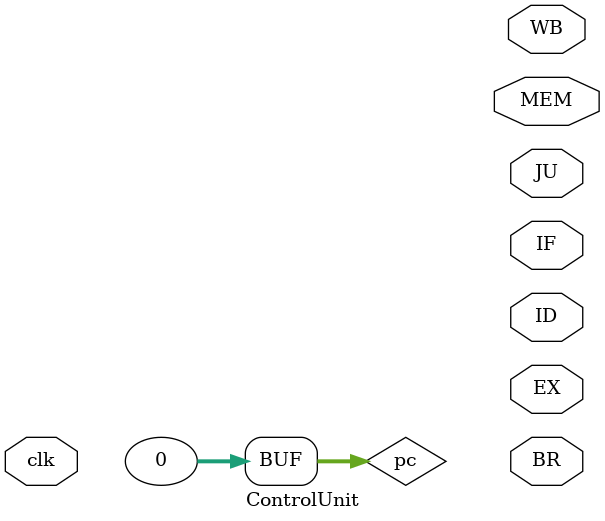
<source format=v>
`timescale 1ns / 1ps

module ControlUnit(
input clk,
output ID,
output IF,
output EX,
output MEM,
output WB,
output JU,
output BR
);

// Variables
reg [31:0] registers [0:31];
reg [31:0] pc;
wire [31:0] instr_reg;

// ALU
reg alu_en;
reg [3:0] alu_control;
reg 
[31:0] alu_srcA;
reg [31:0] alu_srcB;
reg [31:0] alu_result;
reg [31:0] hi;
reg [31:0] lo;
reg overflow;
reg alu_done;
wire alu_zero;

// MEM
reg mem_en;
reg mem_wen;
reg [15:0] mem_addr;
reg [31:0] mem_din;
wire [31:0] mem_dout;

//Decoder
reg decoder_en;
reg RegDst; // will go as select line in the MUX for instr[20:16] (rt) or instr[15:11] (rd)
reg Jump;
reg Branch;
reg MemRead; // this is the input ren in MemReadWrite.v
reg MemWrite; // this is the input wen in MemReadWrite.v
reg MemtoReg; // this is the select line in the MUX for the data to be written to the register file from the read data from the memory or the ALU output
reg [3:0] ALU_Control; // this is the input [3:0] alu_control in the alu.v
reg ALUSrc; // this is the select line in the MUX for the second operand of the ALU (either the immediate value or the value from the register file)
reg RegWrite; // this is the input reg_write in the register_file.v
reg [31:0] imm_extended; // this is the immediate value extended to 32 bits
reg [4:0] rs;
reg [4:0] rt;
reg [4:0] rd;
reg [4:0] shamt;
reg [25:0] jump_address;

//Branch
reg branch_en;
wire [31:0] pc_out;

//Jump


initial begin
    pc <= 32'd0;
end

always @ (posedge clk)
begin
    
end




endmodule

</source>
